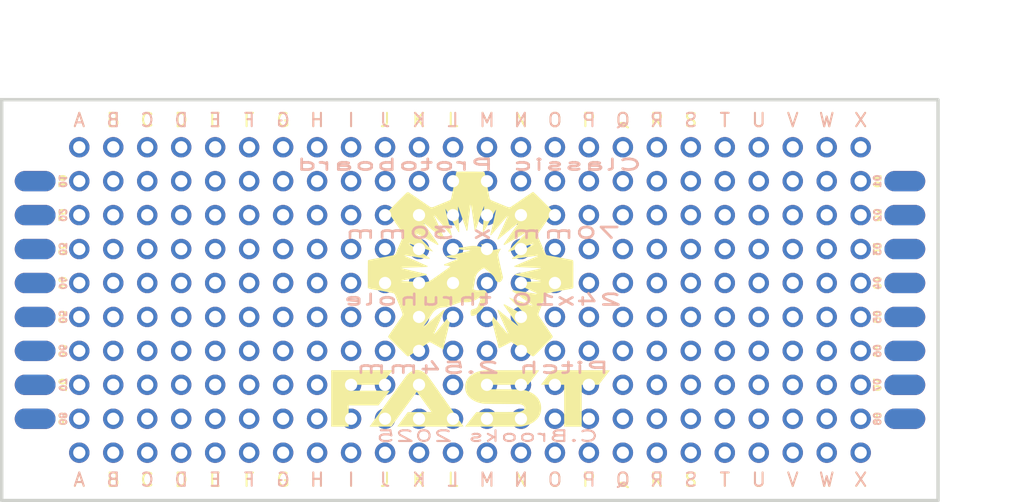
<source format=kicad_pcb>
(kicad_pcb (version 20241229) (generator "pcbnew") (generator_version "9.0")
  (layers (0 "F.Cu" signal) (2 "B.Cu" signal) (13 "F.Paste" user) (15 "B.Paste" user) (5 "F.SilkS" user "F.Silkscreen") (7 "B.SilkS" user "B.Silkscreen") (1 "F.Mask" user) (3 "B.Mask" user) (25 "Edge.Cuts" user))
  (net 0 "")
  (footprint "MountingHole:MountingHole_2.2mm_M2" (layer "F.Cu") (at 116.13 115.89)
    (property "Reference" "REF**" (hide yes))
    (property "Value" "MountingHole_2.2mm_M2" (hide yes))
    (pad "" np_thru_hole circle (at 0 0) (size 2.2 2.2) (drill 2.2) (layers "*.Cu" "*.Mask"))
  )
  (footprint "Proto:Proto_EdgePad_SMD_3.0x1.5mm" (layer "F.Cu") (at 181.052 97.13)
    (property "Reference" "REF**" (hide yes))
    (property "Value" "Proto_EdgePad_SMD_3.0x1.5mm" (hide yes))
    (pad "1" smd oval (at 0 0) (size 3.048 1.524) (layers "F.Cu" "F.Mask" "F.Paste"))
  )
  (footprint "Proto:Proto_EdgePad_SMD_3.0x1.5mm" (layer "F.Cu") (at 116.028 104.75)
    (property "Reference" "REF**" (hide yes))
    (property "Value" "Proto_EdgePad_SMD_3.0x1.5mm" (hide yes))
    (pad "1" smd oval (at 0 0) (size 3.048 1.524) (layers "F.Cu" "F.Mask" "F.Paste"))
  )
  (footprint "MountingHole:MountingHole_2.2mm_M2" (layer "F.Cu") (at 180.93 91.09)
    (property "Reference" "REF**" (hide yes))
    (property "Value" "MountingHole_2.2mm_M2" (hide yes))
    (pad "" np_thru_hole circle (at 0 0) (size 2.2 2.2) (drill 2.2) (layers "*.Cu" "*.Mask"))
  )
  (footprint "Proto:Proto_EdgePad_SMD_3.0x1.5mm" (layer "F.Cu") (at 181.052 107.29)
    (property "Reference" "REF**" (hide yes))
    (property "Value" "Proto_EdgePad_SMD_3.0x1.5mm" (hide yes))
    (pad "1" smd oval (at 0 0) (size 3.048 1.524) (layers "F.Cu" "F.Mask" "F.Paste"))
  )
  (footprint "Proto:Proto_EdgePad_SMD_3.0x1.5mm" (layer "F.Cu") (at 116.028 112.37)
    (property "Reference" "REF**" (hide yes))
    (property "Value" "Proto_EdgePad_SMD_3.0x1.5mm" (hide yes))
    (pad "1" smd oval (at 0 0) (size 3.048 1.524) (layers "F.Cu" "F.Mask" "F.Paste"))
  )
  (footprint "Proto:Proto_EdgePad_SMD_3.0x1.5mm" (layer "F.Cu") (at 181.052 102.21)
    (property "Reference" "REF**" (hide yes))
    (property "Value" "Proto_EdgePad_SMD_3.0x1.5mm" (hide yes))
    (pad "1" smd oval (at 0 0) (size 3.048 1.524) (layers "F.Cu" "F.Mask" "F.Paste"))
  )
  (footprint "MountingHole:MountingHole_2.2mm_M2" (layer "F.Cu") (at 180.93 115.89)
    (property "Reference" "REF**" (hide yes))
    (property "Value" "MountingHole_2.2mm_M2" (hide yes))
    (pad "" np_thru_hole circle (at 0 0) (size 2.2 2.2) (drill 2.2) (layers "*.Cu" "*.Mask"))
  )
  (footprint "Proto:Proto_EdgePad_SMD_3.0x1.5mm" (layer "F.Cu") (at 181.052 99.67)
    (property "Reference" "REF**" (hide yes))
    (property "Value" "Proto_EdgePad_SMD_3.0x1.5mm" (hide yes))
    (pad "1" smd oval (at 0 0) (size 3.048 1.524) (layers "F.Cu" "F.Mask" "F.Paste"))
  )
  (footprint "Proto:Proto_EdgePad_SMD_3.0x1.5mm" (layer "F.Cu") (at 116.028 102.21)
    (property "Reference" "REF**" (hide yes))
    (property "Value" "Proto_EdgePad_SMD_3.0x1.5mm" (hide yes))
    (pad "1" smd oval (at 0 0) (size 3.048 1.524) (layers "F.Cu" "F.Mask" "F.Paste"))
  )
  (footprint "Proto:Proto_EdgePad_SMD_3.0x1.5mm" (layer "F.Cu") (at 116.028 94.59)
    (property "Reference" "REF**" (hide yes))
    (property "Value" "Proto_EdgePad_SMD_3.0x1.5mm" (hide yes))
    (pad "1" smd oval (at 0 0) (size 3.048 1.524) (layers "F.Cu" "F.Mask" "F.Paste"))
  )
  (footprint "Proto:Proto_EdgePad_SMD_3.0x1.5mm" (layer "F.Cu") (at 116.028 97.13)
    (property "Reference" "REF**" (hide yes))
    (property "Value" "Proto_EdgePad_SMD_3.0x1.5mm" (hide yes))
    (pad "1" smd oval (at 0 0) (size 3.048 1.524) (layers "F.Cu" "F.Mask" "F.Paste"))
  )
  (footprint "Proto:Proto_EdgePad_SMD_3.0x1.5mm" (layer "F.Cu") (at 116.028 107.29)
    (property "Reference" "REF**" (hide yes))
    (property "Value" "Proto_EdgePad_SMD_3.0x1.5mm" (hide yes))
    (pad "1" smd oval (at 0 0) (size 3.048 1.524) (layers "F.Cu" "F.Mask" "F.Paste"))
  )
  (footprint "Proto:Proto_EdgePad_SMD_3.0x1.5mm" (layer "F.Cu") (at 181.052 109.83)
    (property "Reference" "REF**" (hide yes))
    (property "Value" "Proto_EdgePad_SMD_3.0x1.5mm" (hide yes))
    (pad "1" smd oval (at 0 0) (size 3.048 1.524) (layers "F.Cu" "F.Mask" "F.Paste"))
  )
  (footprint "Proto:Proto_EdgePad_SMD_3.0x1.5mm" (layer "F.Cu") (at 116.028 99.67)
    (property "Reference" "REF**" (hide yes))
    (property "Value" "Proto_EdgePad_SMD_3.0x1.5mm" (hide yes))
    (pad "1" smd oval (at 0 0) (size 3.048 1.524) (layers "F.Cu" "F.Mask" "F.Paste"))
  )
  (footprint "Proto:Proto_EdgePad_SMD_3.0x1.5mm" (layer "F.Cu") (at 181.052 104.75)
    (property "Reference" "REF**" (hide yes))
    (property "Value" "Proto_EdgePad_SMD_3.0x1.5mm" (hide yes))
    (pad "1" smd oval (at 0 0) (size 3.048 1.524) (layers "F.Cu" "F.Mask" "F.Paste"))
  )
  (footprint "Proto:Proto_EdgePad_SMD_3.0x1.5mm" (layer "F.Cu") (at 181.052 112.37)
    (property "Reference" "REF**" (hide yes))
    (property "Value" "Proto_EdgePad_SMD_3.0x1.5mm" (hide yes))
    (pad "1" smd oval (at 0 0) (size 3.048 1.524) (layers "F.Cu" "F.Mask" "F.Paste"))
  )
  (footprint "Proto:Proto_EdgePad_SMD_3.0x1.5mm" (layer "F.Cu") (at 116.028 109.83)
    (property "Reference" "REF**" (hide yes))
    (property "Value" "Proto_EdgePad_SMD_3.0x1.5mm" (hide yes))
    (pad "1" smd oval (at 0 0) (size 3.048 1.524) (layers "F.Cu" "F.Mask" "F.Paste"))
  )
  (footprint "Proto:Proto_EdgePad_SMD_3.0x1.5mm" (layer "F.Cu") (at 181.052 94.59)
    (property "Reference" "REF**" (hide yes))
    (property "Value" "Proto_EdgePad_SMD_3.0x1.5mm" (hide yes))
    (pad "1" smd oval (at 0 0) (size 3.048 1.524) (layers "F.Cu" "F.Mask" "F.Paste"))
  )
  (footprint "MountingHole:MountingHole_2.2mm_M2" (layer "F.Cu") (at 116.13 91.09)
    (property "Reference" "REF**" (hide yes))
    (property "Value" "MountingHole_2.2mm_M2" (hide yes))
    (pad "" np_thru_hole circle (at 0 0) (size 2.2 2.2) (drill 2.2) (layers "*.Cu" "*.Mask"))
  )
  (footprint "kml-custom:FAST-Logo-XLarge" (layer "F.Cu") (at 148.32 103.66)
    (property "Reference" "G***" (hide yes))
    (property "Value" "LOGO" (hide yes))
  )
  (footprint "Proto:Proto_EdgePad_SMD_3.0x1.5mm" (layer "B.Cu") (at 181.05 107.29)
    (property "Reference" "REF**" (hide yes))
    (property "Value" "Proto_EdgePad_SMD_3.0x1.5mm" (hide yes))
    (pad "1" smd oval (at 0 0) (size 3.048 1.524) (layers "B.Cu" "B.Mask" "B.Paste"))
  )
  (footprint "Proto:Proto_EdgePad_SMD_3.0x1.5mm" (layer "B.Cu") (at 116.03 104.75)
    (property "Reference" "REF**" (hide yes))
    (property "Value" "Proto_EdgePad_SMD_3.0x1.5mm" (hide yes))
    (pad "1" smd oval (at 0 0) (size 3.048 1.524) (layers "B.Cu" "B.Mask" "B.Paste"))
  )
  (footprint "Proto:Proto_EdgePad_SMD_3.0x1.5mm" (layer "B.Cu") (at 116.03 102.21)
    (property "Reference" "REF**" (hide yes))
    (property "Value" "Proto_EdgePad_SMD_3.0x1.5mm" (hide yes))
    (pad "1" smd oval (at 0 0) (size 3.048 1.524) (layers "B.Cu" "B.Mask" "B.Paste"))
  )
  (footprint "Proto:Proto_EdgePad_SMD_3.0x1.5mm" (layer "B.Cu") (at 181.05 99.67)
    (property "Reference" "REF**" (hide yes))
    (property "Value" "Proto_EdgePad_SMD_3.0x1.5mm" (hide yes))
    (pad "1" smd oval (at 0 0) (size 3.048 1.524) (layers "B.Cu" "B.Mask" "B.Paste"))
  )
  (footprint "Proto:Proto_EdgePad_SMD_3.0x1.5mm" (layer "B.Cu") (at 116.03 97.13)
    (property "Reference" "REF**" (hide yes))
    (property "Value" "Proto_EdgePad_SMD_3.0x1.5mm" (hide yes))
    (pad "1" smd oval (at 0 0) (size 3.048 1.524) (layers "B.Cu" "B.Mask" "B.Paste"))
  )
  (footprint "Proto:Proto_EdgePad_SMD_3.0x1.5mm" (layer "B.Cu") (at 116.03 99.67)
    (property "Reference" "REF**" (hide yes))
    (property "Value" "Proto_EdgePad_SMD_3.0x1.5mm" (hide yes))
    (pad "1" smd oval (at 0 0) (size 3.048 1.524) (layers "B.Cu" "B.Mask" "B.Paste"))
  )
  (footprint "Proto:Proto_EdgePad_SMD_3.0x1.5mm" (layer "B.Cu") (at 181.05 112.37)
    (property "Reference" "REF**" (hide yes))
    (property "Value" "Proto_EdgePad_SMD_3.0x1.5mm" (hide yes))
    (pad "1" smd oval (at 0 0) (size 3.048 1.524) (layers "B.Cu" "B.Mask" "B.Paste"))
  )
  (footprint "Proto:Proto_EdgePad_SMD_3.0x1.5mm" (layer "B.Cu") (at 116.03 94.59)
    (property "Reference" "REF**" (hide yes))
    (property "Value" "Proto_EdgePad_SMD_3.0x1.5mm" (hide yes))
    (pad "1" smd oval (at 0 0) (size 3.048 1.524) (layers "B.Cu" "B.Mask" "B.Paste"))
  )
  (footprint "Proto:Proto_EdgePad_SMD_3.0x1.5mm" (layer "B.Cu") (at 116.03 112.37)
    (property "Reference" "REF**" (hide yes))
    (property "Value" "Proto_EdgePad_SMD_3.0x1.5mm" (hide yes))
    (pad "1" smd oval (at 0 0) (size 3.048 1.524) (layers "B.Cu" "B.Mask" "B.Paste"))
  )
  (footprint "Proto:Proto_EdgePad_SMD_3.0x1.5mm" (layer "B.Cu") (at 181.05 94.59)
    (property "Reference" "REF**" (hide yes))
    (property "Value" "Proto_EdgePad_SMD_3.0x1.5mm" (hide yes))
    (pad "1" smd oval (at 0 0) (size 3.048 1.524) (layers "B.Cu" "B.Mask" "B.Paste"))
  )
  (footprint "Proto:Proto_EdgePad_SMD_3.0x1.5mm" (layer "B.Cu") (at 181.05 102.21)
    (property "Reference" "REF**" (hide yes))
    (property "Value" "Proto_EdgePad_SMD_3.0x1.5mm" (hide yes))
    (pad "1" smd oval (at 0 0) (size 3.048 1.524) (layers "B.Cu" "B.Mask" "B.Paste"))
  )
  (footprint "Proto:Proto_EdgePad_SMD_3.0x1.5mm" (layer "B.Cu") (at 181.05 109.83)
    (property "Reference" "REF**" (hide yes))
    (property "Value" "Proto_EdgePad_SMD_3.0x1.5mm" (hide yes))
    (pad "1" smd oval (at 0 0) (size 3.048 1.524) (layers "B.Cu" "B.Mask" "B.Paste"))
  )
  (footprint "Proto:Proto_EdgePad_SMD_3.0x1.5mm" (layer "B.Cu") (at 181.05 97.13)
    (property "Reference" "REF**" (hide yes))
    (property "Value" "Proto_EdgePad_SMD_3.0x1.5mm" (hide yes))
    (pad "1" smd oval (at 0 0) (size 3.048 1.524) (layers "B.Cu" "B.Mask" "B.Paste"))
  )
  (footprint "Proto:Proto_EdgePad_SMD_3.0x1.5mm" (layer "B.Cu") (at 116.03 109.83)
    (property "Reference" "REF**" (hide yes))
    (property "Value" "Proto_EdgePad_SMD_3.0x1.5mm" (hide yes))
    (pad "1" smd oval (at 0 0) (size 3.048 1.524) (layers "B.Cu" "B.Mask" "B.Paste"))
  )
  (footprint "Proto:Proto_EdgePad_SMD_3.0x1.5mm" (layer "B.Cu") (at 116.03 107.29)
    (property "Reference" "REF**" (hide yes))
    (property "Value" "Proto_EdgePad_SMD_3.0x1.5mm" (hide yes))
    (pad "1" smd oval (at 0 0) (size 3.048 1.524) (layers "B.Cu" "B.Mask" "B.Paste"))
  )
  (footprint "Proto:Proto_EdgePad_SMD_3.0x1.5mm" (layer "B.Cu") (at 181.05 104.75)
    (property "Reference" "REF**" (hide yes))
    (property "Value" "Proto_EdgePad_SMD_3.0x1.5mm" (hide yes))
    (pad "1" smd oval (at 0 0) (size 3.048 1.524) (layers "B.Cu" "B.Mask" "B.Paste"))
  )
  (gr_rect (start 113.53 88.49) (end 183.53 118.49) (stroke (width 0.254)) (fill no) (layer "Edge.Cuts"))
  (gr_text "B" (at 121.87 90.018 0) (layer "F.SilkS") (effects (font (size 1 1))))
  (gr_text "K" (at 144.73 90.018 0) (layer "F.SilkS") (effects (font (size 1 1))))
  (gr_text "X" (at 177.75 90.018 0) (layer "F.SilkS") (effects (font (size 1 1))))
  (gr_text "P" (at 157.43 90.018 0) (layer "F.SilkS") (effects (font (size 1 1))))
  (gr_text "G" (at 134.57 116.942 0) (layer "F.SilkS") (effects (font (size 1 1))))
  (gr_text "A" (at 119.33 90.018 0) (layer "F.SilkS") (effects (font (size 1 1))))
  (gr_text "V" (at 172.67 116.942 0) (layer "F.SilkS") (effects (font (size 1 1))))
  (gr_text "O" (at 154.89 90.018 0) (layer "F.SilkS") (effects (font (size 1 1))))
  (gr_text "U" (at 170.13 116.942 0) (layer "F.SilkS") (effects (font (size 1 1))))
  (gr_text "R" (at 162.51 116.942 0) (layer "F.SilkS") (effects (font (size 1 1))))
  (gr_text "V" (at 172.67 90.018 0) (layer "F.SilkS") (effects (font (size 1 1))))
  (gr_text "F" (at 132.03 116.942 0) (layer "F.SilkS") (effects (font (size 1 1))))
  (gr_text "03" (at 118.06 99.67 270) (layer "F.SilkS") (effects (font (size 0.508 0.508) (thickness 0.127))))
  (gr_text "H" (at 137.11 116.942 0) (layer "F.SilkS") (effects (font (size 1 1))))
  (gr_text "04" (at 118.06 102.21 270) (layer "F.SilkS") (effects (font (size 0.508 0.508) (thickness 0.127))))
  (gr_text "03" (at 179.02 99.67 90) (layer "F.SilkS") (effects (font (size 0.508 0.508) (thickness 0.127))))
  (gr_text "O" (at 154.89 116.942 0) (layer "F.SilkS") (effects (font (size 1 1))))
  (gr_text "02" (at 179.02 97.13 90) (layer "F.SilkS") (effects (font (size 0.508 0.508) (thickness 0.127))))
  (gr_text "H" (at 137.11 90.018 0) (layer "F.SilkS") (effects (font (size 1 1))))
  (gr_text "E" (at 129.49 116.942 0) (layer "F.SilkS") (effects (font (size 1 1))))
  (gr_text "P" (at 157.43 116.942 0) (layer "F.SilkS") (effects (font (size 1 1))))
  (gr_text "08" (at 179.02 112.37 90) (layer "F.SilkS") (effects (font (size 0.508 0.508) (thickness 0.127))))
  (gr_text "Q" (at 159.97 90.018 0) (layer "F.SilkS") (effects (font (size 1 1))))
  (gr_text "L" (at 147.27 116.942 0) (layer "F.SilkS") (effects (font (size 1 1))))
  (gr_text "07" (at 179.02 109.83 90) (layer "F.SilkS") (effects (font (size 0.508 0.508) (thickness 0.127))))
  (gr_text "R" (at 162.51 90.018 0) (layer "F.SilkS") (effects (font (size 1 1))))
  (gr_text "T" (at 167.59 90.018 0) (layer "F.SilkS") (effects (font (size 1 1))))
  (gr_text "G" (at 134.57 90.018 0) (layer "F.SilkS") (effects (font (size 1 1))))
  (gr_text "J" (at 142.19 90.018 0) (layer "F.SilkS") (effects (font (size 1 1))))
  (gr_text "A" (at 119.33 116.942 0) (layer "F.SilkS") (effects (font (size 1 1))))
  (gr_text "04" (at 179.02 102.21 90) (layer "F.SilkS") (effects (font (size 0.508 0.508) (thickness 0.127))))
  (gr_text "I" (at 139.65 90.018 0) (layer "F.SilkS") (effects (font (size 1 1))))
  (gr_text "Q" (at 159.97 116.942 0) (layer "F.SilkS") (effects (font (size 1 1))))
  (gr_text "S" (at 165.05 90.018 0) (layer "F.SilkS") (effects (font (size 1 1))))
  (gr_text "N" (at 152.35 90.018 0) (layer "F.SilkS") (effects (font (size 1 1))))
  (gr_text "01" (at 118.06 94.59 270) (layer "F.SilkS") (effects (font (size 0.508 0.508) (thickness 0.127))))
  (gr_text "06" (at 118.06 107.29 270) (layer "F.SilkS") (effects (font (size 0.508 0.508) (thickness 0.127))))
  (gr_text "B" (at 121.87 116.942 0) (layer "F.SilkS") (effects (font (size 1 1))))
  (gr_text "C" (at 124.41 116.942 0) (layer "F.SilkS") (effects (font (size 1 1))))
  (gr_text "E" (at 129.49 90.018 0) (layer "F.SilkS") (effects (font (size 1 1))))
  (gr_text "D" (at 126.95 90.018 0) (layer "F.SilkS") (effects (font (size 1 1))))
  (gr_text "M" (at 149.81 90.018 0) (layer "F.SilkS") (effects (font (size 1 1))))
  (gr_text "L" (at 147.27 90.018 0) (layer "F.SilkS") (effects (font (size 1 1))))
  (gr_text "T" (at 167.59 116.942 0) (layer "F.SilkS") (effects (font (size 1 1))))
  (gr_text "06" (at 179.02 107.29 90) (layer "F.SilkS") (effects (font (size 0.508 0.508) (thickness 0.127))))
  (gr_text "05" (at 179.02 104.75 90) (layer "F.SilkS") (effects (font (size 0.508 0.508) (thickness 0.127))))
  (gr_text "K" (at 144.73 116.942 0) (layer "F.SilkS") (effects (font (size 1 1))))
  (gr_text "C" (at 124.41 90.018 0) (layer "F.SilkS") (effects (font (size 1 1))))
  (gr_text "02" (at 118.06 97.13 270) (layer "F.SilkS") (effects (font (size 0.508 0.508) (thickness 0.127))))
  (gr_text "N" (at 152.35 116.942 0) (layer "F.SilkS") (effects (font (size 1 1))))
  (gr_text "D" (at 126.95 116.942 0) (layer "F.SilkS") (effects (font (size 1 1))))
  (gr_text "07" (at 118.06 109.83 270) (layer "F.SilkS") (effects (font (size 0.508 0.508) (thickness 0.127))))
  (gr_text "S" (at 165.05 116.942 0) (layer "F.SilkS") (effects (font (size 1 1))))
  (gr_text "F" (at 132.03 90.018 0) (layer "F.SilkS") (effects (font (size 1 1))))
  (gr_text "J" (at 142.19 116.942 0) (layer "F.SilkS") (effects (font (size 1 1))))
  (gr_text "M" (at 149.81 116.942 0) (layer "F.SilkS") (effects (font (size 1 1))))
  (gr_text "08" (at 118.06 112.37 270) (layer "F.SilkS") (effects (font (size 0.508 0.508) (thickness 0.127))))
  (gr_text "01" (at 179.02 94.59 90) (layer "F.SilkS") (effects (font (size 0.508 0.508) (thickness 0.127))))
  (gr_text "I" (at 139.65 116.942 0) (layer "F.SilkS") (effects (font (size 1 1))))
  (gr_text "05" (at 118.06 104.75 270) (layer "F.SilkS") (effects (font (size 0.508 0.508) (thickness 0.127))))
  (gr_text "W" (at 175.21 116.942 0) (layer "F.SilkS") (effects (font (size 1 1))))
  (gr_text "W" (at 175.21 90.018 0) (layer "F.SilkS") (effects (font (size 1 1))))
  (gr_text "X" (at 177.75 116.942 0) (layer "F.SilkS") (effects (font (size 1 1))))
  (gr_text "U" (at 170.13 90.018 0) (layer "F.SilkS") (effects (font (size 1 1))))
  (gr_text "G" (at 134.57 116.93 0) (layer "B.SilkS") (effects (font (size 1 1)) (justify mirror)))
  (gr_text "K" (at 144.73 90.02 0) (layer "B.SilkS") (effects (font (size 1 1)) (justify mirror)))
  (gr_text "I" (at 139.65 90.02 0) (layer "B.SilkS") (effects (font (size 1 1)) (justify mirror)))
  (gr_text "X" (at 177.75 116.93 0) (layer "B.SilkS") (effects (font (size 1 1)) (justify mirror)))
  (gr_text "F" (at 132.03 116.93 0) (layer "B.SilkS") (effects (font (size 1 1)) (justify mirror)))
  (gr_text "06" (at 179 107.29 90) (layer "B.SilkS") (effects (font (size 0.508 0.508) (thickness 0.127)) (justify mirror)))
  (gr_text "C.Brooks 2025" (at 149.84 113.67 0) (layer "B.SilkS") (effects (font (size 0.8 1.5) (thickness 0.15625)) (justify mirror)))
  (gr_text "Pitch 2.54mm" (at 149.47 108.56 0) (layer "B.SilkS") (effects (font (size 0.8 1.8) (thickness 0.2) (bold yes)) (justify mirror)))
  (gr_text "S" (at 165.05 116.93 0) (layer "B.SilkS") (effects (font (size 1 1)) (justify mirror)))
  (gr_text "F" (at 132.03 90.02 0) (layer "B.SilkS") (effects (font (size 1 1)) (justify mirror)))
  (gr_text "M" (at 149.81 90.02 0) (layer "B.SilkS") (effects (font (size 1 1)) (justify mirror)))
  (gr_text "I" (at 139.65 116.93 0) (layer "B.SilkS") (effects (font (size 1 1)) (justify mirror)))
  (gr_text "Q" (at 159.97 116.93 0) (layer "B.SilkS") (effects (font (size 1 1)) (justify mirror)))
  (gr_text "03" (at 118.09 99.67 270) (layer "B.SilkS") (effects (font (size 0.508 0.508) (thickness 0.127)) (justify mirror)))
  (gr_text "B" (at 121.87 116.93 0) (layer "B.SilkS") (effects (font (size 1 1)) (justify mirror)))
  (gr_text "Q" (at 159.97 90.02 0) (layer "B.SilkS") (effects (font (size 1 1)) (justify mirror)))
  (gr_text "05" (at 118.09 104.75 270) (layer "B.SilkS") (effects (font (size 0.508 0.508) (thickness 0.127)) (justify mirror)))
  (gr_text "01" (at 179 94.59 90) (layer "B.SilkS") (effects (font (size 0.508 0.508) (thickness 0.127)) (justify mirror)))
  (gr_text "02" (at 118.09 97.13 270) (layer "B.SilkS") (effects (font (size 0.508 0.508) (thickness 0.127)) (justify mirror)))
  (gr_text "C" (at 124.41 116.93 0) (layer "B.SilkS") (effects (font (size 1 1)) (justify mirror)))
  (gr_text "S" (at 165.05 90.02 0) (layer "B.SilkS") (effects (font (size 1 1)) (justify mirror)))
  (gr_text "V" (at 172.67 90.02 0) (layer "B.SilkS") (effects (font (size 1 1)) (justify mirror)))
  (gr_text "O" (at 154.89 90.02 0) (layer "B.SilkS") (effects (font (size 1 1)) (justify mirror)))
  (gr_text "U" (at 170.13 116.93 0) (layer "B.SilkS") (effects (font (size 1 1)) (justify mirror)))
  (gr_text "08" (at 118.09 112.37 270) (layer "B.SilkS") (effects (font (size 0.508 0.508) (thickness 0.127)) (justify mirror)))
  (gr_text "R" (at 162.51 90.02 0) (layer "B.SilkS") (effects (font (size 1 1)) (justify mirror)))
  (gr_text "T" (at 167.59 116.93 0) (layer "B.SilkS") (effects (font (size 1 1)) (justify mirror)))
  (gr_text "05" (at 179 104.75 90) (layer "B.SilkS") (effects (font (size 0.508 0.508) (thickness 0.127)) (justify mirror)))
  (gr_text "D" (at 126.95 116.93 0) (layer "B.SilkS") (effects (font (size 1 1)) (justify mirror)))
  (gr_text "L" (at 147.27 116.93 0) (layer "B.SilkS") (effects (font (size 1 1)) (justify mirror)))
  (gr_text "A" (at 119.33 116.93 0) (layer "B.SilkS") (effects (font (size 1 1)) (justify mirror)))
  (gr_text "M" (at 149.81 116.93 0) (layer "B.SilkS") (effects (font (size 1 1)) (justify mirror)))
  (gr_text "08" (at 179 112.37 90) (layer "B.SilkS") (effects (font (size 0.508 0.508) (thickness 0.127)) (justify mirror)))
  (gr_text "N" (at 152.35 90.02 0) (layer "B.SilkS") (effects (font (size 1 1)) (justify mirror)))
  (gr_text "J" (at 142.19 116.93 0) (layer "B.SilkS") (effects (font (size 1 1)) (justify mirror)))
  (gr_text "H" (at 137.11 90.02 0) (layer "B.SilkS") (effects (font (size 1 1)) (justify mirror)))
  (gr_text "U" (at 170.13 90.02 0) (layer "B.SilkS") (effects (font (size 1 1)) (justify mirror)))
  (gr_text "D" (at 126.95 90.02 0) (layer "B.SilkS") (effects (font (size 1 1)) (justify mirror)))
  (gr_text "N" (at 152.35 116.93 0) (layer "B.SilkS") (effects (font (size 1 1)) (justify mirror)))
  (gr_text "70mm x 30mm" (at 149.47 98.46 0) (layer "B.SilkS") (effects (font (size 0.8 1.8) (thickness 0.2) (bold yes)) (justify mirror)))
  (gr_text "H" (at 137.11 116.93 0) (layer "B.SilkS") (effects (font (size 1 1)) (justify mirror)))
  (gr_text "E" (at 129.49 116.93 0) (layer "B.SilkS") (effects (font (size 1 1)) (justify mirror)))
  (gr_text "V" (at 172.67 116.93 0) (layer "B.SilkS") (effects (font (size 1 1)) (justify mirror)))
  (gr_text "07" (at 179 109.83 90) (layer "B.SilkS") (effects (font (size 0.508 0.508) (thickness 0.127)) (justify mirror)))
  (gr_text "W" (at 175.21 116.93 0) (layer "B.SilkS") (effects (font (size 1 1)) (justify mirror)))
  (gr_text "02" (at 179.02 97.13 90) (layer "B.SilkS") (effects (font (size 0.508 0.508) (thickness 0.127)) (justify mirror)))
  (gr_text "A" (at 119.33 90.02 0) (layer "B.SilkS") (effects (font (size 1 1)) (justify mirror)))
  (gr_text "E" (at 129.49 90.02 0) (layer "B.SilkS") (effects (font (size 1 1)) (justify mirror)))
  (gr_text "03" (at 179 99.67 90) (layer "B.SilkS") (effects (font (size 0.508 0.508) (thickness 0.127)) (justify mirror)))
  (gr_text "Classic Protoboard" (at 148.47 93.36 0) (layer "B.SilkS") (effects (font (size 0.8 1.8) (thickness 0.2) (bold yes)) (justify mirror)))
  (gr_text "K" (at 144.73 116.93 0) (layer "B.SilkS") (effects (font (size 1 1)) (justify mirror)))
  (gr_text "G" (at 134.57 90.02 0) (layer "B.SilkS") (effects (font (size 1 1)) (justify mirror)))
  (gr_text "01" (at 118.09 94.59 270) (layer "B.SilkS") (effects (font (size 0.508 0.508) (thickness 0.127)) (justify mirror)))
  (gr_text "L" (at 147.27 90.02 0) (layer "B.SilkS") (effects (font (size 1 1)) (justify mirror)))
  (gr_text "P" (at 157.43 90.02 0) (layer "B.SilkS") (effects (font (size 1 1)) (justify mirror)))
  (gr_text "O" (at 154.89 116.93 0) (layer "B.SilkS") (effects (font (size 1 1)) (justify mirror)))
  (gr_text "W" (at 175.21 90.02 0) (layer "B.SilkS") (effects (font (size 1 1)) (justify mirror)))
  (gr_text "04" (at 179 102.21 90) (layer "B.SilkS") (effects (font (size 0.508 0.508) (thickness 0.127)) (justify mirror)))
  (gr_text "P" (at 157.43 116.93 0) (layer "B.SilkS") (effects (font (size 1 1)) (justify mirror)))
  (gr_text "B" (at 121.87 90.02 0) (layer "B.SilkS") (effects (font (size 1 1)) (justify mirror)))
  (gr_text "04" (at 118.09 102.21 270) (layer "B.SilkS") (effects (font (size 0.508 0.508) (thickness 0.127)) (justify mirror)))
  (gr_text "07" (at 118.09 109.83 270) (layer "B.SilkS") (effects (font (size 0.508 0.508) (thickness 0.127)) (justify mirror)))
  (gr_text "24x10 thruhole" (at 149.47 103.46 0) (layer "B.SilkS") (effects (font (size 0.8 1.8) (thickness 0.2) (bold yes)) (justify mirror)))
  (gr_text "X" (at 177.75 90.02 0) (layer "B.SilkS") (effects (font (size 1 1)) (justify mirror)))
  (gr_text "R" (at 162.51 116.93 0) (layer "B.SilkS") (effects (font (size 1 1)) (justify mirror)))
  (gr_text "T" (at 167.59 90.02 0) (layer "B.SilkS") (effects (font (size 1 1)) (justify mirror)))
  (gr_text "06" (at 118.09 107.29 270) (layer "B.SilkS") (effects (font (size 0.508 0.508) (thickness 0.127)) (justify mirror)))
  (gr_text "C" (at 124.41 90.02 0) (layer "B.SilkS") (effects (font (size 1 1)) (justify mirror)))
  (gr_text "J" (at 142.19 90.02 0) (layer "B.SilkS") (effects (font (size 1 1)) (justify mirror)))
  (via (at 129.49 99.67) (size 1.524) (drill 0.9144) (layers "F.Cu" "B.Cu") (net 0))
  (via (at 144.73 114.91) (size 1.524) (drill 0.9144) (layers "F.Cu" "B.Cu") (net 0))
  (via (at 142.19 102.21) (size 1.524) (drill 0.9144) (layers "F.Cu" "B.Cu") (net 0))
  (via (at 144.73 102.21) (size 1.524) (drill 0.9144) (layers "F.Cu" "B.Cu") (net 0))
  (via (at 132.03 112.37) (size 1.524) (drill 0.9144) (layers "F.Cu" "B.Cu") (net 0))
  (via (at 147.27 114.91) (size 1.524) (drill 0.9144) (layers "F.Cu" "B.Cu") (net 0))
  (via (at 175.21 107.29) (size 1.524) (drill 0.9144) (layers "F.Cu" "B.Cu") (net 0))
  (via (at 177.75 94.59) (size 1.524) (drill 0.9144) (layers "F.Cu" "B.Cu") (net 0))
  (via (at 170.13 107.29) (size 1.524) (drill 0.9144) (layers "F.Cu" "B.Cu") (net 0))
  (via (at 175.21 99.67) (size 1.524) (drill 0.9144) (layers "F.Cu" "B.Cu") (net 0))
  (via (at 177.75 99.67) (size 1.524) (drill 0.9144) (layers "F.Cu" "B.Cu") (net 0))
  (via (at 177.75 97.13) (size 1.524) (drill 0.9144) (layers "F.Cu" "B.Cu") (net 0))
  (via (at 134.57 112.37) (size 1.524) (drill 0.9144) (layers "F.Cu" "B.Cu") (net 0))
  (via (at 170.13 97.13) (size 1.524) (drill 0.9144) (layers "F.Cu" "B.Cu") (net 0))
  (via (at 129.49 109.83) (size 1.524) (drill 0.9144) (layers "F.Cu" "B.Cu") (net 0))
  (via (at 132.03 109.83) (size 1.524) (drill 0.9144) (layers "F.Cu" "B.Cu") (net 0))
  (via (at 139.65 109.83) (size 1.524) (drill 0.9144) (layers "F.Cu" "B.Cu") (net 0))
  (via (at 152.35 112.37) (size 1.524) (drill 0.9144) (layers "F.Cu" "B.Cu") (net 0))
  (via (at 162.51 112.37) (size 1.524) (drill 0.9144) (layers "F.Cu" "B.Cu") (net 0))
  (via (at 147.27 99.67) (size 1.524) (drill 0.9144) (layers "F.Cu" "B.Cu") (net 0))
  (via (at 167.59 114.91) (size 1.524) (drill 0.9144) (layers "F.Cu" "B.Cu") (net 0))
  (via (at 144.73 112.37) (size 1.524) (drill 0.9144) (layers "F.Cu" "B.Cu") (net 0))
  (via (at 139.65 112.37) (size 1.524) (drill 0.9144) (layers "F.Cu" "B.Cu") (net 0))
  (via (at 142.19 112.37) (size 1.524) (drill 0.9144) (layers "F.Cu" "B.Cu") (net 0))
  (via (at 177.75 112.37) (size 1.524) (drill 0.9144) (layers "F.Cu" "B.Cu") (net 0))
  (via (at 170.13 112.37) (size 1.524) (drill 0.9144) (layers "F.Cu" "B.Cu") (net 0))
  (via (at 154.89 109.83) (size 1.524) (drill 0.9144) (layers "F.Cu" "B.Cu") (net 0))
  (via (at 165.05 114.91) (size 1.524) (drill 0.9144) (layers "F.Cu" "B.Cu") (net 0))
  (via (at 119.33 92.05) (size 1.524) (drill 0.9144) (layers "F.Cu" "B.Cu") (net 0))
  (via (at 165.05 99.67) (size 1.524) (drill 0.9144) (layers "F.Cu" "B.Cu") (net 0))
  (via (at 177.75 107.29) (size 1.524) (drill 0.9144) (layers "F.Cu" "B.Cu") (net 0))
  (via (at 172.67 112.37) (size 1.524) (drill 0.9144) (layers "F.Cu" "B.Cu") (net 0))
  (via (at 175.21 112.37) (size 1.524) (drill 0.9144) (layers "F.Cu" "B.Cu") (net 0))
  (via (at 124.41 114.91) (size 1.524) (drill 0.9144) (layers "F.Cu" "B.Cu") (net 0))
  (via (at 162.51 97.13) (size 1.524) (drill 0.9144) (layers "F.Cu" "B.Cu") (net 0))
  (via (at 157.43 112.37) (size 1.524) (drill 0.9144) (layers "F.Cu" "B.Cu") (net 0))
  (via (at 144.73 107.29) (size 1.524) (drill 0.9144) (layers "F.Cu" "B.Cu") (net 0))
  (via (at 147.27 107.29) (size 1.524) (drill 0.9144) (layers "F.Cu" "B.Cu") (net 0))
  (via (at 147.27 94.59) (size 1.524) (drill 0.9144) (layers "F.Cu" "B.Cu") (net 0))
  (via (at 149.81 112.37) (size 1.524) (drill 0.9144) (layers "F.Cu" "B.Cu") (net 0))
  (via (at 167.59 107.29) (size 1.524) (drill 0.9144) (layers "F.Cu" "B.Cu") (net 0))
  (via (at 129.49 102.21) (size 1.524) (drill 0.9144) (layers "F.Cu" "B.Cu") (net 0))
  (via (at 132.03 102.21) (size 1.524) (drill 0.9144) (layers "F.Cu" "B.Cu") (net 0))
  (via (at 167.59 97.13) (size 1.524) (drill 0.9144) (layers "F.Cu" "B.Cu") (net 0))
  (via (at 165.05 102.21) (size 1.524) (drill 0.9144) (layers "F.Cu" "B.Cu") (net 0))
  (via (at 162.51 92.05) (size 1.524) (drill 0.9144) (layers "F.Cu" "B.Cu") (net 0))
  (via (at 121.87 102.21) (size 1.524) (drill 0.9144) (layers "F.Cu" "B.Cu") (net 0))
  (via (at 134.57 94.59) (size 1.524) (drill 0.9144) (layers "F.Cu" "B.Cu") (net 0))
  (via (at 139.65 92.05) (size 1.524) (drill 0.9144) (layers "F.Cu" "B.Cu") (net 0))
  (via (at 129.49 94.59) (size 1.524) (drill 0.9144) (layers "F.Cu" "B.Cu") (net 0))
  (via (at 159.97 94.59) (size 1.524) (drill 0.9144) (layers "F.Cu" "B.Cu") (net 0))
  (via (at 126.95 92.05) (size 1.524) (drill 0.9144) (layers "F.Cu" "B.Cu") (net 0))
  (via (at 157.43 92.05) (size 1.524) (drill 0.9144) (layers "F.Cu" "B.Cu") (net 0))
  (via (at 159.97 99.67) (size 1.524) (drill 0.9144) (layers "F.Cu" "B.Cu") (net 0))
  (via (at 167.59 109.83) (size 1.524) (drill 0.9144) (layers "F.Cu" "B.Cu") (net 0))
  (via (at 119.33 112.37) (size 1.524) (drill 0.9144) (layers "F.Cu" "B.Cu") (net 0))
  (via (at 129.49 107.29) (size 1.524) (drill 0.9144) (layers "F.Cu" "B.Cu") (net 0))
  (via (at 139.65 107.29) (size 1.524) (drill 0.9144) (layers "F.Cu" "B.Cu") (net 0))
  (via (at 159.97 112.37) (size 1.524) (drill 0.9144) (layers "F.Cu" "B.Cu") (net 0))
  (via (at 129.49 92.05) (size 1.524) (drill 0.9144) (layers "F.Cu" "B.Cu") (net 0))
  (via (at 139.65 94.59) (size 1.524) (drill 0.9144) (layers "F.Cu" "B.Cu") (net 0))
  (via (at 129.49 104.75) (size 1.524) (drill 0.9144) (layers "F.Cu" "B.Cu") (net 0))
  (via (at 132.03 94.59) (size 1.524) (drill 0.9144) (layers "F.Cu" "B.Cu") (net 0))
  (via (at 137.11 92.05) (size 1.524) (drill 0.9144) (layers "F.Cu" "B.Cu") (net 0))
  (via (at 124.41 107.29) (size 1.524) (drill 0.9144) (layers "F.Cu" "B.Cu") (net 0))
  (via (at 165.05 109.83) (size 1.524) (drill 0.9144) (layers "F.Cu" "B.Cu") (net 0))
  (via (at 167.59 102.21) (size 1.524) (drill 0.9144) (layers "F.Cu" "B.Cu") (net 0))
  (via (at 119.33 104.75) (size 1.524) (drill 0.9144) (layers "F.Cu" "B.Cu") (net 0))
  (via (at 134.57 107.29) (size 1.524) (drill 0.9144) (layers "F.Cu" "B.Cu") (net 0))
  (via (at 137.11 107.29) (size 1.524) (drill 0.9144) (layers "F.Cu" "B.Cu") (net 0))
  (via (at 157.43 102.21) (size 1.524) (drill 0.9144) (layers "F.Cu" "B.Cu") (net 0))
  (via (at 149.81 107.29) (size 1.524) (drill 0.9144) (layers "F.Cu" "B.Cu") (net 0))
  (via (at 119.33 107.29) (size 1.524) (drill 0.9144) (layers "F.Cu" "B.Cu") (net 0))
  (via (at 121.87 107.29) (size 1.524) (drill 0.9144) (layers "F.Cu" "B.Cu") (net 0))
  (via (at 134.57 97.13) (size 1.524) (drill 0.9144) (layers "F.Cu" "B.Cu") (net 0))
  (via (at 139.65 114.91) (size 1.524) (drill 0.9144) (layers "F.Cu" "B.Cu") (net 0))
  (via (at 142.19 114.91) (size 1.524) (drill 0.9144) (layers "F.Cu" "B.Cu") (net 0))
  (via (at 154.89 114.91) (size 1.524) (drill 0.9144) (layers "F.Cu" "B.Cu") (net 0))
  (via (at 157.43 114.91) (size 1.524) (drill 0.9144) (layers "F.Cu" "B.Cu") (net 0))
  (via (at 132.03 92.05) (size 1.524) (drill 0.9144) (layers "F.Cu" "B.Cu") (net 0))
  (via (at 154.89 92.05) (size 1.524) (drill 0.9144) (layers "F.Cu" "B.Cu") (net 0))
  (via (at 121.87 104.75) (size 1.524) (drill 0.9144) (layers "F.Cu" "B.Cu") (net 0))
  (via (at 142.19 92.05) (size 1.524) (drill 0.9144) (layers "F.Cu" "B.Cu") (net 0))
  (via (at 132.03 97.13) (size 1.524) (drill 0.9144) (layers "F.Cu" "B.Cu") (net 0))
  (via (at 165.05 107.29) (size 1.524) (drill 0.9144) (layers "F.Cu" "B.Cu") (net 0))
  (via (at 144.73 94.59) (size 1.524) (drill 0.9144) (layers "F.Cu" "B.Cu") (net 0))
  (via (at 165.05 104.75) (size 1.524) (drill 0.9144) (layers "F.Cu" "B.Cu") (net 0))
  (via (at 124.41 92.05) (size 1.524) (drill 0.9144) (layers "F.Cu" "B.Cu") (net 0))
  (via (at 124.41 102.21) (size 1.524) (drill 0.9144) (layers "F.Cu" "B.Cu") (net 0))
  (via (at 126.95 102.21) (size 1.524) (drill 0.9144) (layers "F.Cu" "B.Cu") (net 0))
  (via (at 157.43 104.75) (size 1.524) (drill 0.9144) (layers "F.Cu" "B.Cu") (net 0))
  (via (at 159.97 104.75) (size 1.524) (drill 0.9144) (layers "F.Cu" "B.Cu") (net 0))
  (via (at 162.51 104.75) (size 1.524) (drill 0.9144) (layers "F.Cu" "B.Cu") (net 0))
  (via (at 129.49 114.91) (size 1.524) (drill 0.9144) (layers "F.Cu" "B.Cu") (net 0))
  (via (at 132.03 114.91) (size 1.524) (drill 0.9144) (layers "F.Cu" "B.Cu") (net 0))
  (via (at 137.11 104.75) (size 1.524) (drill 0.9144) (layers "F.Cu" "B.Cu") (net 0))
  (via (at 139.65 104.75) (size 1.524) (drill 0.9144) (layers "F.Cu" "B.Cu") (net 0))
  (via (at 124.41 109.83) (size 1.524) (drill 0.9144) (layers "F.Cu" "B.Cu") (net 0))
  (via (at 142.19 109.83) (size 1.524) (drill 0.9144) (layers "F.Cu" "B.Cu") (net 0))
  (via (at 134.57 109.83) (size 1.524) (drill 0.9144) (layers "F.Cu" "B.Cu") (net 0))
  (via (at 137.11 109.83) (size 1.524) (drill 0.9144) (layers "F.Cu" "B.Cu") (net 0))
  (via (at 132.03 104.75) (size 1.524) (drill 0.9144) (layers "F.Cu" "B.Cu") (net 0))
  (via (at 142.19 104.75) (size 1.524) (drill 0.9144) (layers "F.Cu" "B.Cu") (net 0))
  (via (at 144.73 104.75) (size 1.524) (drill 0.9144) (layers "F.Cu" "B.Cu") (net 0))
  (via (at 119.33 109.83) (size 1.524) (drill 0.9144) (layers "F.Cu" "B.Cu") (net 0))
  (via (at 121.87 109.83) (size 1.524) (drill 0.9144) (layers "F.Cu" "B.Cu") (net 0))
  (via (at 159.97 109.83) (size 1.524) (drill 0.9144) (layers "F.Cu" "B.Cu") (net 0))
  (via (at 162.51 109.83) (size 1.524) (drill 0.9144) (layers "F.Cu" "B.Cu") (net 0))
  (via (at 126.95 104.75) (size 1.524) (drill 0.9144) (layers "F.Cu" "B.Cu") (net 0))
  (via (at 119.33 114.91) (size 1.524) (drill 0.9144) (layers "F.Cu" "B.Cu") (net 0))
  (via (at 124.41 112.37) (size 1.524) (drill 0.9144) (layers "F.Cu" "B.Cu") (net 0))
  (via (at 126.95 112.37) (size 1.524) (drill 0.9144) (layers "F.Cu" "B.Cu") (net 0))
  (via (at 147.27 109.83) (size 1.524) (drill 0.9144) (layers "F.Cu" "B.Cu") (net 0))
  (via (at 159.97 92.05) (size 1.524) (drill 0.9144) (layers "F.Cu" "B.Cu") (net 0))
  (via (at 147.27 97.13) (size 1.524) (drill 0.9144) (layers "F.Cu" "B.Cu") (net 0))
  (via (at 149.81 97.13) (size 1.524) (drill 0.9144) (layers "F.Cu" "B.Cu") (net 0))
  (via (at 121.87 97.13) (size 1.524) (drill 0.9144) (layers "F.Cu" "B.Cu") (net 0))
  (via (at 124.41 97.13) (size 1.524) (drill 0.9144) (layers "F.Cu" "B.Cu") (net 0))
  (via (at 167.59 94.59) (size 1.524) (drill 0.9144) (layers "F.Cu" "B.Cu") (net 0))
  (via (at 149.81 94.59) (size 1.524) (drill 0.9144) (layers "F.Cu" "B.Cu") (net 0))
  (via (at 121.87 92.05) (size 1.524) (drill 0.9144) (layers "F.Cu" "B.Cu") (net 0))
  (via (at 157.43 97.13) (size 1.524) (drill 0.9144) (layers "F.Cu" "B.Cu") (net 0))
  (via (at 134.57 102.21) (size 1.524) (drill 0.9144) (layers "F.Cu" "B.Cu") (net 0))
  (via (at 137.11 102.21) (size 1.524) (drill 0.9144) (layers "F.Cu" "B.Cu") (net 0))
  (via (at 162.51 99.67) (size 1.524) (drill 0.9144) (layers "F.Cu" "B.Cu") (net 0))
  (via (at 149.81 92.05) (size 1.524) (drill 0.9144) (layers "F.Cu" "B.Cu") (net 0))
  (via (at 137.11 94.59) (size 1.524) (drill 0.9144) (layers "F.Cu" "B.Cu") (net 0))
  (via (at 142.19 107.29) (size 1.524) (drill 0.9144) (layers "F.Cu" "B.Cu") (net 0))
  (via (at 147.27 102.21) (size 1.524) (drill 0.9144) (layers "F.Cu" "B.Cu") (net 0))
  (via (at 149.81 102.21) (size 1.524) (drill 0.9144) (layers "F.Cu" "B.Cu") (net 0))
  (via (at 152.35 102.21) (size 1.524) (drill 0.9144) (layers "F.Cu" "B.Cu") (net 0))
  (via (at 154.89 102.21) (size 1.524) (drill 0.9144) (layers "F.Cu" "B.Cu") (net 0))
  (via (at 134.57 114.91) (size 1.524) (drill 0.9144) (layers "F.Cu" "B.Cu") (net 0))
  (via (at 137.11 114.91) (size 1.524) (drill 0.9144) (layers "F.Cu" "B.Cu") (net 0))
  (via (at 152.35 99.67) (size 1.524) (drill 0.9144) (layers "F.Cu" "B.Cu") (net 0))
  (via (at 126.95 97.13) (size 1.524) (drill 0.9144) (layers "F.Cu" "B.Cu") (net 0))
  (via (at 152.35 94.59) (size 1.524) (drill 0.9144) (layers "F.Cu" "B.Cu") (net 0))
  (via (at 162.51 114.91) (size 1.524) (drill 0.9144) (layers "F.Cu" "B.Cu") (net 0))
  (via (at 142.19 99.67) (size 1.524) (drill 0.9144) (layers "F.Cu" "B.Cu") (net 0))
  (via (at 137.11 99.67) (size 1.524) (drill 0.9144) (layers "F.Cu" "B.Cu") (net 0))
  (via (at 144.73 97.13) (size 1.524) (drill 0.9144) (layers "F.Cu" "B.Cu") (net 0))
  (via (at 134.57 104.75) (size 1.524) (drill 0.9144) (layers "F.Cu" "B.Cu") (net 0))
  (via (at 144.73 92.05) (size 1.524) (drill 0.9144) (layers "F.Cu" "B.Cu") (net 0))
  (via (at 119.33 94.59) (size 1.524) (drill 0.9144) (layers "F.Cu" "B.Cu") (net 0))
  (via (at 121.87 94.59) (size 1.524) (drill 0.9144) (layers "F.Cu" "B.Cu") (net 0))
  (via (at 154.89 97.13) (size 1.524) (drill 0.9144) (layers "F.Cu" "B.Cu") (net 0))
  (via (at 165.05 94.59) (size 1.524) (drill 0.9144) (layers "F.Cu" "B.Cu") (net 0))
  (via (at 154.89 94.59) (size 1.524) (drill 0.9144) (layers "F.Cu" "B.Cu") (net 0))
  (via (at 157.43 94.59) (size 1.524) (drill 0.9144) (layers "F.Cu" "B.Cu") (net 0))
  (via (at 159.97 97.13) (size 1.524) (drill 0.9144) (layers "F.Cu" "B.Cu") (net 0))
  (via (at 142.19 94.59) (size 1.524) (drill 0.9144) (layers "F.Cu" "B.Cu") (net 0))
  (via (at 134.57 92.05) (size 1.524) (drill 0.9144) (layers "F.Cu" "B.Cu") (net 0))
  (via (at 124.41 99.67) (size 1.524) (drill 0.9144) (layers "F.Cu" "B.Cu") (net 0))
  (via (at 159.97 107.29) (size 1.524) (drill 0.9144) (layers "F.Cu" "B.Cu") (net 0))
  (via (at 162.51 107.29) (size 1.524) (drill 0.9144) (layers "F.Cu" "B.Cu") (net 0))
  (via (at 149.81 109.83) (size 1.524) (drill 0.9144) (layers "F.Cu" "B.Cu") (net 0))
  (via (at 152.35 109.83) (size 1.524) (drill 0.9144) (layers "F.Cu" "B.Cu") (net 0))
  (via (at 126.95 107.29) (size 1.524) (drill 0.9144) (layers "F.Cu" "B.Cu") (net 0))
  (via (at 152.35 107.29) (size 1.524) (drill 0.9144) (layers "F.Cu" "B.Cu") (net 0))
  (via (at 154.89 107.29) (size 1.524) (drill 0.9144) (layers "F.Cu" "B.Cu") (net 0))
  (via (at 159.97 102.21) (size 1.524) (drill 0.9144) (layers "F.Cu" "B.Cu") (net 0))
  (via (at 162.51 102.21) (size 1.524) (drill 0.9144) (layers "F.Cu" "B.Cu") (net 0))
  (via (at 157.43 99.67) (size 1.524) (drill 0.9144) (layers "F.Cu" "B.Cu") (net 0))
  (via (at 154.89 112.37) (size 1.524) (drill 0.9144) (layers "F.Cu" "B.Cu") (net 0))
  (via (at 147.27 92.05) (size 1.524) (drill 0.9144) (layers "F.Cu" "B.Cu") (net 0))
  (via (at 121.87 114.91) (size 1.524) (drill 0.9144) (layers "F.Cu" "B.Cu") (net 0))
  (via (at 139.65 97.13) (size 1.524) (drill 0.9144) (layers "F.Cu" "B.Cu") (net 0))
  (via (at 126.95 94.59) (size 1.524) (drill 0.9144) (layers "F.Cu" "B.Cu") (net 0))
  (via (at 152.35 97.13) (size 1.524) (drill 0.9144) (layers "F.Cu" "B.Cu") (net 0))
  (via (at 137.11 112.37) (size 1.524) (drill 0.9144) (layers "F.Cu" "B.Cu") (net 0))
  (via (at 124.41 94.59) (size 1.524) (drill 0.9144) (layers "F.Cu" "B.Cu") (net 0))
  (via (at 142.19 97.13) (size 1.524) (drill 0.9144) (layers "F.Cu" "B.Cu") (net 0))
  (via (at 129.49 112.37) (size 1.524) (drill 0.9144) (layers "F.Cu" "B.Cu") (net 0))
  (via (at 126.95 99.67) (size 1.524) (drill 0.9144) (layers "F.Cu" "B.Cu") (net 0))
  (via (at 165.05 112.37) (size 1.524) (drill 0.9144) (layers "F.Cu" "B.Cu") (net 0))
  (via (at 167.59 112.37) (size 1.524) (drill 0.9144) (layers "F.Cu" "B.Cu") (net 0))
  (via (at 139.65 99.67) (size 1.524) (drill 0.9144) (layers "F.Cu" "B.Cu") (net 0))
  (via (at 119.33 102.21) (size 1.524) (drill 0.9144) (layers "F.Cu" "B.Cu") (net 0))
  (via (at 121.87 99.67) (size 1.524) (drill 0.9144) (layers "F.Cu" "B.Cu") (net 0))
  (via (at 144.73 99.67) (size 1.524) (drill 0.9144) (layers "F.Cu" "B.Cu") (net 0))
  (via (at 149.81 99.67) (size 1.524) (drill 0.9144) (layers "F.Cu" "B.Cu") (net 0))
  (via (at 147.27 112.37) (size 1.524) (drill 0.9144) (layers "F.Cu" "B.Cu") (net 0))
  (via (at 165.05 92.05) (size 1.524) (drill 0.9144) (layers "F.Cu" "B.Cu") (net 0))
  (via (at 149.81 114.91) (size 1.524) (drill 0.9144) (layers "F.Cu" "B.Cu") (net 0))
  (via (at 152.35 114.91) (size 1.524) (drill 0.9144) (layers "F.Cu" "B.Cu") (net 0))
  (via (at 167.59 99.67) (size 1.524) (drill 0.9144) (layers "F.Cu" "B.Cu") (net 0))
  (via (at 159.97 114.91) (size 1.524) (drill 0.9144) (layers "F.Cu" "B.Cu") (net 0))
  (via (at 147.27 104.75) (size 1.524) (drill 0.9144) (layers "F.Cu" "B.Cu") (net 0))
  (via (at 149.81 104.75) (size 1.524) (drill 0.9144) (layers "F.Cu" "B.Cu") (net 0))
  (via (at 124.41 104.75) (size 1.524) (drill 0.9144) (layers "F.Cu" "B.Cu") (net 0))
  (via (at 134.57 99.67) (size 1.524) (drill 0.9144) (layers "F.Cu" "B.Cu") (net 0))
  (via (at 152.35 104.75) (size 1.524) (drill 0.9144) (layers "F.Cu" "B.Cu") (net 0))
  (via (at 154.89 104.75) (size 1.524) (drill 0.9144) (layers "F.Cu" "B.Cu") (net 0))
  (via (at 167.59 92.05) (size 1.524) (drill 0.9144) (layers "F.Cu" "B.Cu") (net 0))
  (via (at 139.65 102.21) (size 1.524) (drill 0.9144) (layers "F.Cu" "B.Cu") (net 0))
  (via (at 152.35 92.05) (size 1.524) (drill 0.9144) (layers "F.Cu" "B.Cu") (net 0))
  (via (at 132.03 107.29) (size 1.524) (drill 0.9144) (layers "F.Cu" "B.Cu") (net 0))
  (via (at 119.33 99.67) (size 1.524) (drill 0.9144) (layers "F.Cu" "B.Cu") (net 0))
  (via (at 129.49 97.13) (size 1.524) (drill 0.9144) (layers "F.Cu" "B.Cu") (net 0))
  (via (at 137.11 97.13) (size 1.524) (drill 0.9144) (layers "F.Cu" "B.Cu") (net 0))
  (via (at 132.03 99.67) (size 1.524) (drill 0.9144) (layers "F.Cu" "B.Cu") (net 0))
  (via (at 126.95 109.83) (size 1.524) (drill 0.9144) (layers "F.Cu" "B.Cu") (net 0))
  (via (at 119.33 97.13) (size 1.524) (drill 0.9144) (layers "F.Cu" "B.Cu") (net 0))
  (via (at 144.73 109.83) (size 1.524) (drill 0.9144) (layers "F.Cu" "B.Cu") (net 0))
  (via (at 126.95 114.91) (size 1.524) (drill 0.9144) (layers "F.Cu" "B.Cu") (net 0))
  (via (at 121.87 112.37) (size 1.524) (drill 0.9144) (layers "F.Cu" "B.Cu") (net 0))
  (via (at 157.43 109.83) (size 1.524) (drill 0.9144) (layers "F.Cu" "B.Cu") (net 0))
  (via (at 162.51 94.59) (size 1.524) (drill 0.9144) (layers "F.Cu" "B.Cu") (net 0))
  (via (at 154.89 99.67) (size 1.524) (drill 0.9144) (layers "F.Cu" "B.Cu") (net 0))
  (via (at 157.43 107.29) (size 1.524) (drill 0.9144) (layers "F.Cu" "B.Cu") (net 0))
  (via (at 167.59 104.75) (size 1.524) (drill 0.9144) (layers "F.Cu" "B.Cu") (net 0))
  (via (at 165.05 97.13) (size 1.524) (drill 0.9144) (layers "F.Cu" "B.Cu") (net 0))
  (via (at 172.67 109.83) (size 1.524) (drill 0.9144) (layers "F.Cu" "B.Cu") (net 0))
  (via (at 172.67 107.29) (size 1.524) (drill 0.9144) (layers "F.Cu" "B.Cu") (net 0))
  (via (at 177.75 114.91) (size 1.524) (drill 0.9144) (layers "F.Cu" "B.Cu") (net 0))
  (via (at 172.67 114.91) (size 1.524) (drill 0.9144) (layers "F.Cu" "B.Cu") (net 0))
  (via (at 170.13 104.75) (size 1.524) (drill 0.9144) (layers "F.Cu" "B.Cu") (net 0))
  (via (at 172.67 104.75) (size 1.524) (drill 0.9144) (layers "F.Cu" "B.Cu") (net 0))
  (via (at 175.21 104.75) (size 1.524) (drill 0.9144) (layers "F.Cu" "B.Cu") (net 0))
  (via (at 177.75 104.75) (size 1.524) (drill 0.9144) (layers "F.Cu" "B.Cu") (net 0))
  (via (at 175.21 97.13) (size 1.524) (drill 0.9144) (layers "F.Cu" "B.Cu") (net 0))
  (via (at 170.13 102.21) (size 1.524) (drill 0.9144) (layers "F.Cu" "B.Cu") (net 0))
  (via (at 172.67 102.21) (size 1.524) (drill 0.9144) (layers "F.Cu" "B.Cu") (net 0))
  (via (at 175.21 114.91) (size 1.524) (drill 0.9144) (layers "F.Cu" "B.Cu") (net 0))
  (via (at 170.13 109.83) (size 1.524) (drill 0.9144) (layers "F.Cu" "B.Cu") (net 0))
  (via (at 175.21 102.21) (size 1.524) (drill 0.9144) (layers "F.Cu" "B.Cu") (net 0))
  (via (at 177.75 102.21) (size 1.524) (drill 0.9144) (layers "F.Cu" "B.Cu") (net 0))
  (via (at 170.13 114.91) (size 1.524) (drill 0.9144) (layers "F.Cu" "B.Cu") (net 0))
  (via (at 177.75 109.83) (size 1.524) (drill 0.9144) (layers "F.Cu" "B.Cu") (net 0))
  (via (at 170.13 94.59) (size 1.524) (drill 0.9144) (layers "F.Cu" "B.Cu") (net 0))
  (via (at 172.67 94.59) (size 1.524) (drill 0.9144) (layers "F.Cu" "B.Cu") (net 0))
  (via (at 172.67 97.13) (size 1.524) (drill 0.9144) (layers "F.Cu" "B.Cu") (net 0))
  (via (at 175.21 92.05) (size 1.524) (drill 0.9144) (layers "F.Cu" "B.Cu") (net 0))
  (via (at 177.75 92.05) (size 1.524) (drill 0.9144) (layers "F.Cu" "B.Cu") (net 0))
  (via (at 170.13 99.67) (size 1.524) (drill 0.9144) (layers "F.Cu" "B.Cu") (net 0))
  (via (at 172.67 99.67) (size 1.524) (drill 0.9144) (layers "F.Cu" "B.Cu") (net 0))
  (via (at 175.21 109.83) (size 1.524) (drill 0.9144) (layers "F.Cu" "B.Cu") (net 0))
  (via (at 170.13 92.05) (size 1.524) (drill 0.9144) (layers "F.Cu" "B.Cu") (net 0))
  (via (at 172.67 92.05) (size 1.524) (drill 0.9144) (layers "F.Cu" "B.Cu") (net 0))
  (via (at 175.21 94.59) (size 1.524) (drill 0.9144) (layers "F.Cu" "B.Cu") (net 0))
)
</source>
